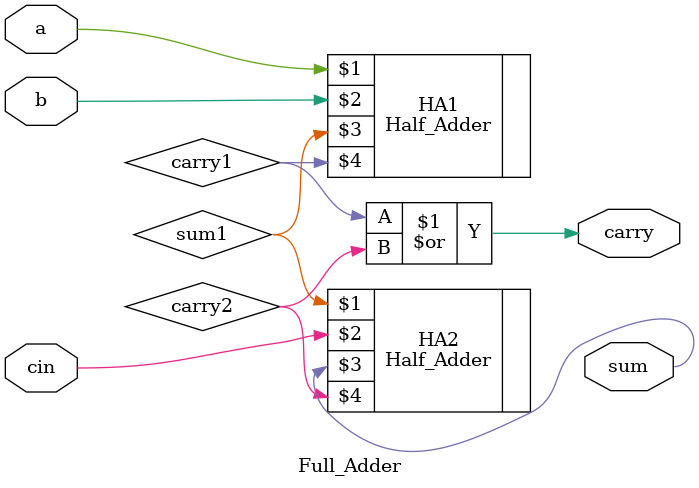
<source format=sv>
`timescale 1ns / 1ps

module Full_Adder( 
    input logic cin, a, b, 
    output logic sum, carry);    
    
    logic sum1, carry1, carry2;
    
    Half_Adder HA1 (a, b, sum1, carry1); 
    Half_Adder HA2 (sum1, cin, sum, carry2);
    or(carry, carry1, carry2);    
    
endmodule
</source>
